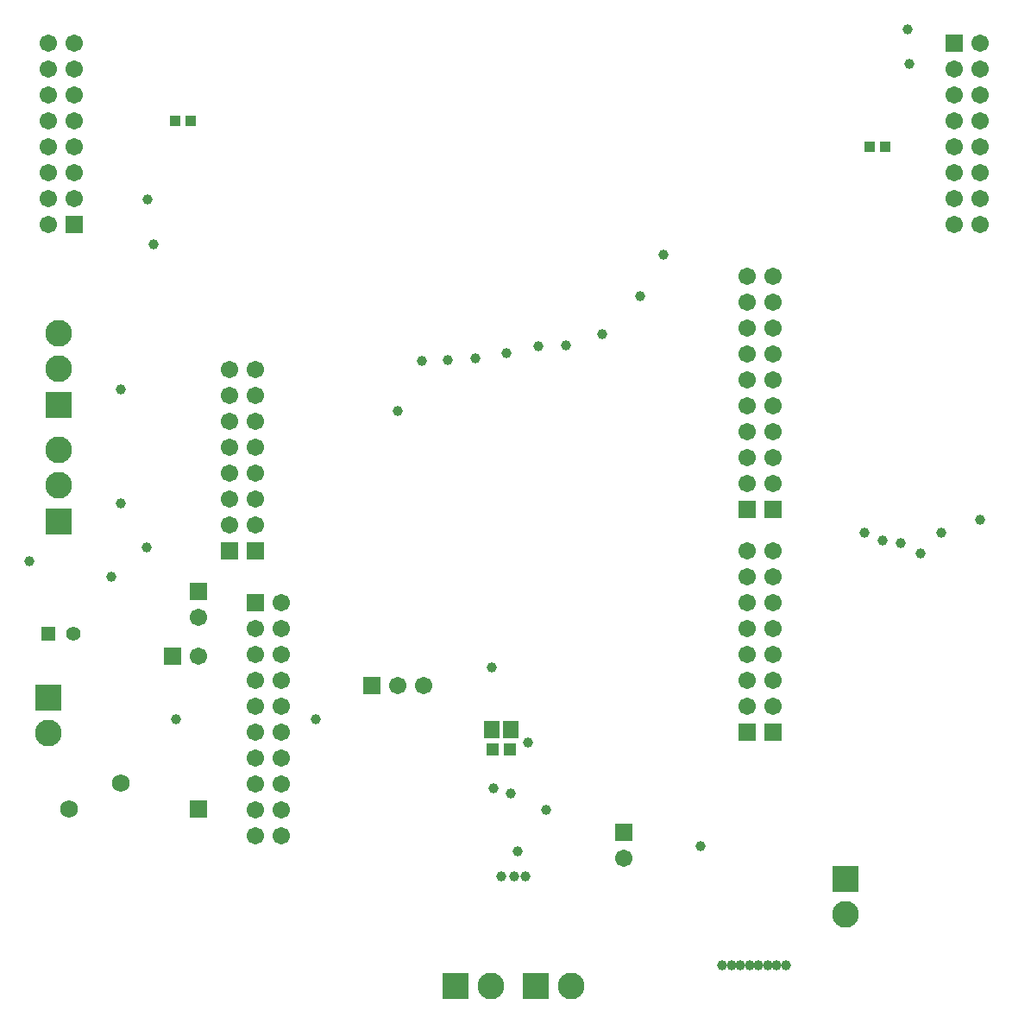
<source format=gbs>
G04 Layer_Color=8150272*
%FSLAX25Y25*%
%MOIN*%
G70*
G01*
G75*
%ADD52R,0.05918X0.06706*%
%ADD53R,0.04300X0.04300*%
%ADD60R,0.10300X0.10300*%
%ADD61C,0.10300*%
%ADD62C,0.06706*%
%ADD63R,0.06706X0.06706*%
%ADD64R,0.06706X0.06706*%
%ADD65R,0.05600X0.05600*%
%ADD66C,0.05600*%
%ADD67C,0.06800*%
%ADD68R,0.06800X0.06800*%
%ADD69R,0.10300X0.10300*%
%ADD70C,0.03900*%
%ADD71R,0.05131X0.04737*%
D52*
X298915Y211000D02*
D03*
X291435D02*
D03*
D53*
X437500Y436000D02*
D03*
X443500D02*
D03*
X175000Y446000D02*
D03*
X169000D02*
D03*
D60*
X124000Y336500D02*
D03*
Y291500D02*
D03*
X120000Y223500D02*
D03*
X428000Y153500D02*
D03*
D61*
X124000Y350279D02*
D03*
Y364059D02*
D03*
Y305279D02*
D03*
Y319059D02*
D03*
X120000Y209720D02*
D03*
X428000Y139720D02*
D03*
X291280Y112000D02*
D03*
X322280D02*
D03*
D62*
X400000Y316000D02*
D03*
Y386000D02*
D03*
Y376000D02*
D03*
Y366000D02*
D03*
Y356000D02*
D03*
Y346000D02*
D03*
Y336000D02*
D03*
Y326000D02*
D03*
Y306000D02*
D03*
X390000Y316000D02*
D03*
Y386000D02*
D03*
Y376000D02*
D03*
Y366000D02*
D03*
X390000Y356000D02*
D03*
X390000Y346000D02*
D03*
Y336000D02*
D03*
Y326000D02*
D03*
X390000Y306000D02*
D03*
X200000Y290000D02*
D03*
Y300000D02*
D03*
Y310000D02*
D03*
Y320000D02*
D03*
Y330000D02*
D03*
Y340000D02*
D03*
Y350000D02*
D03*
X190000Y290000D02*
D03*
Y300000D02*
D03*
Y310000D02*
D03*
Y320000D02*
D03*
Y330000D02*
D03*
Y340000D02*
D03*
Y350000D02*
D03*
X178000Y254500D02*
D03*
X210000Y260000D02*
D03*
X200000Y250000D02*
D03*
X210000D02*
D03*
X200000Y240000D02*
D03*
X210000Y240000D02*
D03*
X200000Y230000D02*
D03*
X210000D02*
D03*
X200000Y220000D02*
D03*
X210000D02*
D03*
X200000Y210000D02*
D03*
X210000D02*
D03*
X200000Y200000D02*
D03*
X210000D02*
D03*
X200000Y190000D02*
D03*
X210000Y190000D02*
D03*
X200000Y180000D02*
D03*
X210000D02*
D03*
X200000Y170000D02*
D03*
X210000D02*
D03*
X178000Y239500D02*
D03*
X400000Y220000D02*
D03*
Y230000D02*
D03*
Y240000D02*
D03*
Y250000D02*
D03*
Y260000D02*
D03*
Y270000D02*
D03*
Y280000D02*
D03*
X390000Y220000D02*
D03*
Y230000D02*
D03*
Y240000D02*
D03*
Y250000D02*
D03*
Y260000D02*
D03*
Y270000D02*
D03*
Y280000D02*
D03*
X255000Y228000D02*
D03*
X265000D02*
D03*
X120000Y476000D02*
D03*
X130000Y476000D02*
D03*
X120000Y466000D02*
D03*
X130000D02*
D03*
X120000Y456000D02*
D03*
X130000D02*
D03*
X120000Y446000D02*
D03*
X130000D02*
D03*
X120000Y436000D02*
D03*
X130000D02*
D03*
X120000Y426000D02*
D03*
X130000Y426000D02*
D03*
X120000Y416000D02*
D03*
X130000D02*
D03*
X120000Y406000D02*
D03*
X480000D02*
D03*
X470000Y406000D02*
D03*
X480000Y416000D02*
D03*
X470000D02*
D03*
X480000Y426000D02*
D03*
X470000D02*
D03*
X480000Y436000D02*
D03*
X470000D02*
D03*
X480000Y446000D02*
D03*
X470000D02*
D03*
X480000Y456000D02*
D03*
X470000Y456000D02*
D03*
X480000Y466000D02*
D03*
X470000D02*
D03*
X480000Y476000D02*
D03*
X342500Y161500D02*
D03*
D63*
X400000Y296000D02*
D03*
X390000D02*
D03*
X200000Y280000D02*
D03*
X190000D02*
D03*
X178000Y264500D02*
D03*
X200000Y260000D02*
D03*
X400000Y210000D02*
D03*
X390000D02*
D03*
X130000Y406000D02*
D03*
X470000Y476000D02*
D03*
X342500Y171500D02*
D03*
D64*
X168000Y239500D02*
D03*
X245000Y228000D02*
D03*
D65*
X120000Y248000D02*
D03*
D66*
X129800D02*
D03*
D67*
X148000Y190500D02*
D03*
X128000Y180500D02*
D03*
D68*
X178000D02*
D03*
D69*
X277500Y112000D02*
D03*
X308500D02*
D03*
D70*
X435492Y287000D02*
D03*
X442392Y284000D02*
D03*
X449500Y283063D02*
D03*
X457000Y279000D02*
D03*
X465250Y287059D02*
D03*
X480161Y292000D02*
D03*
X452000Y481500D02*
D03*
X452653Y468000D02*
D03*
X357862Y394500D02*
D03*
X348801Y378500D02*
D03*
X334000Y363699D02*
D03*
X320000Y359598D02*
D03*
X309500Y358998D02*
D03*
X297103Y356500D02*
D03*
X285000Y354296D02*
D03*
X274500Y353696D02*
D03*
X264405Y353500D02*
D03*
X255000Y334000D02*
D03*
X158500Y415671D02*
D03*
X160912Y398500D02*
D03*
X405000Y120000D02*
D03*
X401500D02*
D03*
X398000D02*
D03*
X394500D02*
D03*
X391000D02*
D03*
X387500D02*
D03*
X384000D02*
D03*
X380500D02*
D03*
X312500Y180000D02*
D03*
X292000Y188500D02*
D03*
X298795Y186500D02*
D03*
X291500Y235000D02*
D03*
X301354Y164000D02*
D03*
X144500Y270000D02*
D03*
X158000Y281500D02*
D03*
X295000Y154500D02*
D03*
X300000D02*
D03*
X304500D02*
D03*
X305500Y206000D02*
D03*
X372000Y166000D02*
D03*
X223500Y215000D02*
D03*
X169500D02*
D03*
X148240Y342500D02*
D03*
Y298500D02*
D03*
X112733Y276233D02*
D03*
D71*
X291638Y203500D02*
D03*
X298331D02*
D03*
M02*

</source>
